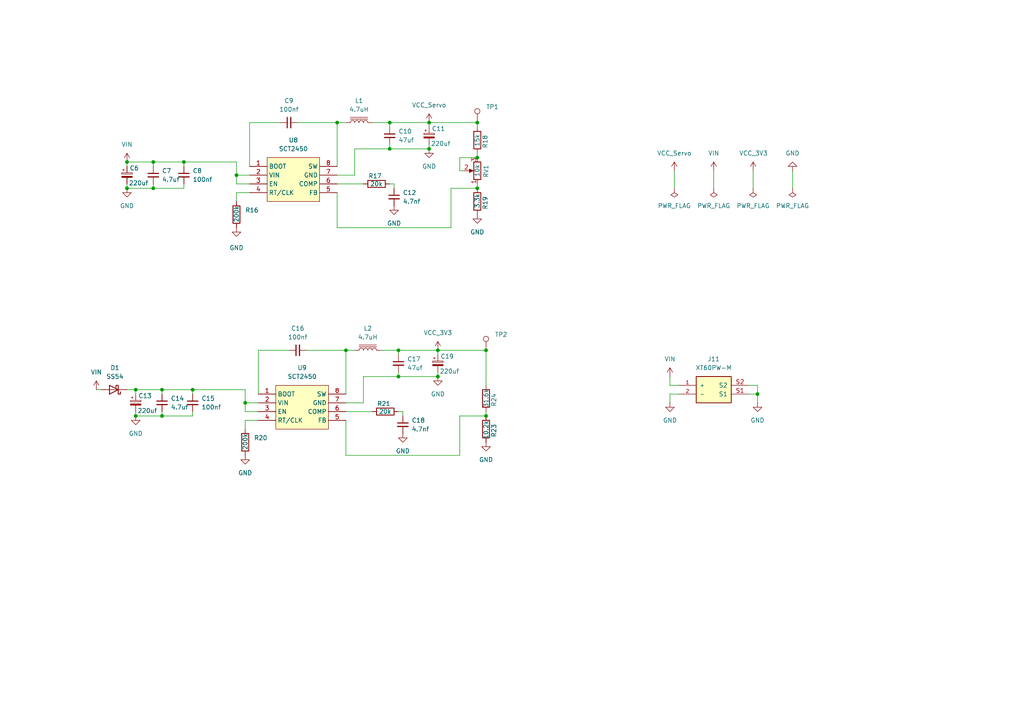
<source format=kicad_sch>
(kicad_sch (version 20231120) (generator "eeschema") (generator_version "8.0")
  (paper "A4")
  (lib_symbols
    (symbol "Connector:TestPoint" (pin_numbers hide) (pin_names (offset 0.762) hide)
      (property "Reference" "TP" (at 0 6.858 0))
      (property "Value" "TestPoint" (at 0 5.08 0))
      (symbol "TestPoint_0_1"
        (circle (center 0 3.302) (radius 0.762))
      )
      (symbol "TestPoint_1_1"
        (pin passive line (at 0 0 90) (length 2.54) (name "1") (number "1"))
      )
    )
    (symbol "Device:C_Polarized_Small" (pin_numbers hide) (pin_names (offset 0.254) hide)
      (property "Reference" "C" (at 0.254 1.778 0))
      (property "Value" "C_Polarized_Small" (at 0.254 -2.032 0))
      (symbol "C_Polarized_Small_0_1"
        (rectangle (start -1.524 -0.3048) (end 1.524 -0.6858) (fill (type outline)))
        (rectangle (start -1.524 0.6858) (end 1.524 0.3048))
        (polyline (pts (xy -1.27 1.524) (xy -0.762 1.524)))
        (polyline (pts (xy -1.016 1.27) (xy -1.016 1.778)))
      )
      (symbol "C_Polarized_Small_1_1"
        (pin passive line (at 0 2.54 270) (length 1.8542) (name "~") (number "1"))
        (pin passive line (at 0 -2.54 90) (length 1.8542) (name "~") (number "2"))
      )
    )
    (symbol "Device:C_Small" (pin_numbers hide) (pin_names (offset 0.254) hide)
      (property "Reference" "C" (at 0.254 1.778 0))
      (property "Value" "C_Small" (at 0.254 -2.032 0))
      (symbol "C_Small_0_1"
        (polyline (pts (xy -1.524 -0.508) (xy 1.524 -0.508)) (stroke (width 0.3302)))
        (polyline (pts (xy -1.524 0.508) (xy 1.524 0.508)) (stroke (width 0.3048)))
      )
      (symbol "C_Small_1_1"
        (pin passive line (at 0 2.54 270) (length 2.032) (name "~") (number "1"))
        (pin passive line (at 0 -2.54 90) (length 2.032) (name "~") (number "2"))
      )
    )
    (symbol "Device:L_Iron" (pin_numbers hide) (pin_names (offset 1.016) hide)
      (property "Reference" "L" (at -1.27 0 90))
      (property "Value" "L_Iron" (at 2.794 0 90))
      (symbol "L_Iron_0_1"
        (arc (start 0 -2.54) (mid 0.6323 -1.905) (end 0 -1.27))
        (arc (start 0 -1.27) (mid 0.6323 -0.635) (end 0 0))
        (polyline (pts (xy 1.016 2.54) (xy 1.016 -2.54)))
        (polyline (pts (xy 1.524 -2.54) (xy 1.524 2.54)))
        (arc (start 0 0) (mid 0.6323 0.635) (end 0 1.27))
        (arc (start 0 1.27) (mid 0.6323 1.905) (end 0 2.54))
      )
      (symbol "L_Iron_1_1"
        (pin passive line (at 0 3.81 270) (length 1.27) (name "1") (number "1"))
        (pin passive line (at 0 -3.81 90) (length 1.27) (name "2") (number "2"))
      )
    )
    (symbol "Device:R" (pin_numbers hide) (pin_names (offset 0))
      (property "Reference" "R" (at 2.032 0 90))
      (property "Value" "R" (at 0 0 90))
      (symbol "R_0_1"
        (rectangle (start -1.016 -2.54) (end 1.016 2.54) (stroke (width 0.254)))
      )
      (symbol "R_1_1"
        (pin passive line (at 0 3.81 270) (length 1.27) (name "~") (number "1"))
        (pin passive line (at 0 -3.81 90) (length 1.27) (name "~") (number "2"))
      )
    )
    (symbol "Device:R_Potentiometer" (pin_names (offset 1.016) hide)
      (property "Reference" "RV" (at -4.445 0 90))
      (property "Value" "R_Potentiometer" (at -2.54 0 90))
      (symbol "R_Potentiometer_0_1"
        (polyline (pts (xy 2.54 0) (xy 1.524 0)))
        (polyline (pts (xy 1.143 0) (xy 2.286 0.508) (xy 2.286 -0.508) (xy 1.143 0)) (fill (type outline)))
        (rectangle (start 1.016 2.54) (end -1.016 -2.54) (stroke (width 0.254)))
      )
      (symbol "R_Potentiometer_1_1"
        (pin passive line (at 0 3.81 270) (length 1.27) (name "1") (number "1"))
        (pin passive line (at 3.81 0 180) (length 1.27) (name "2") (number "2"))
        (pin passive line (at 0 -3.81 90) (length 1.27) (name "3") (number "3"))
      )
    )
    (symbol "Diode:SS38" (pin_numbers hide) (pin_names (offset 1.016) hide)
      (property "Reference" "D" (at 0 2.54 0))
      (property "Value" "SS38" (at 0 -2.54 0))
      (symbol "SS38_0_1"
        (polyline (pts (xy 1.27 0) (xy -1.27 0)))
        (polyline (pts (xy 1.27 1.27) (xy 1.27 -1.27) (xy -1.27 0) (xy 1.27 1.27)) (stroke (width 0.254)))
        (polyline (pts (xy -1.905 0.635) (xy -1.905 1.27) (xy -1.27 1.27) (xy -1.27 -1.27) (xy -0.635 -1.27) (xy -0.635 -0.635)) (stroke (width 0.254)))
      )
      (symbol "SS38_1_1"
        (pin passive line (at -3.81 0 0) (length 2.54) (name "K") (number "1"))
        (pin passive line (at 3.81 0 180) (length 2.54) (name "A") (number "2"))
      )
    )
    (symbol "MyConnector:XT60PW-M" (pin_names (offset 1.016))
      (property "Reference" "J" (at -5.08 5.7234 0))
      (property "Value" "XT60PW-M" (at -5.08 -5.0923 0))
      (symbol "XT60PW-M_0_0"
        (rectangle (start -5.08 -2.54) (end 5.08 5.08) (stroke (width 0.254)) (fill (type background)))
        (pin passive line (at -10.16 2.54 0) (length 5.08) (name "+") (number "1"))
        (pin passive line (at -10.16 0 0) (length 5.08) (name "-") (number "2"))
      )
      (symbol "XT60PW-M_1_1"
        (pin input line (at 10.16 0 180) (length 5.08) (name "S1") (number "S1"))
        (pin input line (at 10.16 2.54 180) (length 5.08) (name "S2") (number "S2"))
      )
    )
    (symbol "ProjectSym:SCT2450"
      (property "Reference" "U" (at 0 7.874 0))
      (property "Value" "SCT2450" (at 0.254 10.414 0))
      (symbol "SCT2450_1_1"
        (rectangle (start -7.62 5.08) (end 7.62 -7.62) (stroke (width 0.1524)) (fill (type background)))
        (pin input line (at -12.7 2.54 0) (length 5.08) (name "BOOT") (number "1"))
        (pin input line (at -12.7 0 0) (length 5.08) (name "VIN") (number "2"))
        (pin input line (at -12.7 -2.54 0) (length 5.08) (name "EN") (number "3"))
        (pin input line (at -12.7 -5.08 0) (length 5.08) (name "RT/CLK") (number "4"))
        (pin input line (at 12.7 -5.08 180) (length 5.08) (name "FB") (number "5"))
        (pin input line (at 12.7 -2.54 180) (length 5.08) (name "COMP") (number "6"))
        (pin input line (at 12.7 0 180) (length 5.08) (name "GND") (number "7"))
        (pin input line (at 12.7 2.54 180) (length 5.08) (name "SW") (number "8"))
      )
    )
    (symbol "power:+3V3" (power) (pin_numbers hide) (pin_names (offset 0) hide)
      (property "Value" "+3V3" (at 0 3.556 0))
      (symbol "+3V3_0_1"
        (polyline (pts (xy -0.762 1.27) (xy 0 2.54)))
        (polyline (pts (xy 0 0) (xy 0 2.54)))
        (polyline (pts (xy 0 2.54) (xy 0.762 1.27)))
      )
      (symbol "+3V3_1_1"
        (pin power_in line (at 0 0 90) (length 0) (name "~") (number "1"))
      )
    )
    (symbol "power:GND" (power) (pin_numbers hide) (pin_names (offset 0) hide)
      (property "Value" "GND" (at 0 -3.81 0))
      (symbol "GND_0_1"
        (polyline (pts (xy 0 0) (xy 0 -1.27) (xy 1.27 -1.27) (xy 0 -2.54) (xy -1.27 -1.27) (xy 0 -1.27)))
      )
      (symbol "GND_1_1"
        (pin power_in line (at 0 0 270) (length 0) (name "~") (number "1"))
      )
    )
    (symbol "power:PWR_FLAG" (power) (pin_numbers hide) (pin_names (offset 0) hide)
      (property "Value" "PWR_FLAG" (at 0 3.81 0))
      (symbol "PWR_FLAG_0_0"
        (pin power_out line (at 0 0 90) (length 0) (name "~") (number "1"))
      )
      (symbol "PWR_FLAG_0_1"
        (polyline (pts (xy 0 0) (xy 0 1.27) (xy -1.016 1.905) (xy 0 2.54) (xy 1.016 1.905) (xy 0 1.27)))
      )
    )
    (symbol "power:VCC" (power) (pin_numbers hide) (pin_names (offset 0) hide)
      (property "Value" "VCC" (at 0 3.556 0))
      (symbol "VCC_0_1"
        (polyline (pts (xy -0.762 1.27) (xy 0 2.54)))
        (polyline (pts (xy 0 0) (xy 0 2.54)))
        (polyline (pts (xy 0 2.54) (xy 0.762 1.27)))
      )
      (symbol "VCC_1_1"
        (pin power_in line (at 0 0 90) (length 0) (name "~") (number "1"))
      )
    )
  )
  (junction (at 140.97 101.6))
  (junction (at 44.45 46.99))
  (junction (at 39.37 113.03))
  (junction (at 138.43 35.56))
  (junction (at 127 109.22))
  (junction (at 39.37 120.65))
  (junction (at 138.43 45.72))
  (junction (at 44.45 54.61))
  (junction (at 36.83 46.99))
  (junction (at 115.57 109.22))
  (junction (at 115.57 101.6))
  (junction (at 113.03 35.56))
  (junction (at 100.33 101.6))
  (junction (at 71.12 116.84))
  (junction (at 124.46 35.56))
  (junction (at 113.03 43.18))
  (junction (at 53.34 46.99))
  (junction (at 46.99 113.03))
  (junction (at 68.58 50.8))
  (junction (at 219.71 114.3))
  (junction (at 55.88 113.03))
  (junction (at 97.79 35.56))
  (junction (at 36.83 54.61))
  (junction (at 138.43 54.61))
  (junction (at 140.97 120.65))
  (junction (at 46.99 120.65))
  (junction (at 127 101.6))
  (junction (at 124.46 43.18))
  (wire (pts (xy 219.71 111.76) (xy 219.71 114.3)))
  (wire (pts (xy 36.83 54.61) (xy 44.45 54.61)))
  (wire (pts (xy 86.36 35.56) (xy 97.79 35.56)))
  (wire (pts (xy 100.33 101.6) (xy 100.33 114.3)))
  (wire (pts (xy 217.17 114.3) (xy 219.71 114.3)))
  (wire (pts (xy 68.58 53.34) (xy 72.39 53.34)))
  (wire (pts (xy 138.43 45.72) (xy 133.35 45.72)))
  (wire (pts (xy 138.43 35.56) (xy 138.43 36.83)))
  (wire (pts (xy 39.37 113.03) (xy 46.99 113.03)))
  (wire (pts (xy 194.31 109.22) (xy 194.31 111.76)))
  (wire (pts (xy 133.35 120.65) (xy 140.97 120.65)))
  (wire (pts (xy 100.33 119.38) (xy 107.95 119.38)))
  (wire (pts (xy 194.31 111.76) (xy 196.85 111.76)))
  (wire (pts (xy 68.58 46.99) (xy 68.58 50.8)))
  (wire (pts (xy 46.99 119.38) (xy 46.99 120.65)))
  (wire (pts (xy 71.12 119.38) (xy 74.93 119.38)))
  (wire (pts (xy 194.31 114.3) (xy 196.85 114.3)))
  (wire (pts (xy 36.83 46.99) (xy 36.83 48.26)))
  (wire (pts (xy 218.44 49.53) (xy 218.44 54.61)))
  (wire (pts (xy 127 109.22) (xy 127 107.95)))
  (wire (pts (xy 97.79 35.56) (xy 97.79 48.26)))
  (wire (pts (xy 68.58 55.88) (xy 68.58 58.42)))
  (wire (pts (xy 88.9 101.6) (xy 100.33 101.6)))
  (wire (pts (xy 113.03 41.91) (xy 113.03 43.18)))
  (wire (pts (xy 100.33 116.84) (xy 105.41 116.84)))
  (wire (pts (xy 217.17 111.76) (xy 219.71 111.76)))
  (wire (pts (xy 124.46 35.56) (xy 124.46 36.83)))
  (wire (pts (xy 97.79 66.04) (xy 130.81 66.04)))
  (wire (pts (xy 97.79 50.8) (xy 102.87 50.8)))
  (wire (pts (xy 68.58 50.8) (xy 68.58 53.34)))
  (wire (pts (xy 55.88 113.03) (xy 55.88 114.3)))
  (wire (pts (xy 133.35 45.72) (xy 133.35 49.53)))
  (wire (pts (xy 124.46 35.56) (xy 138.43 35.56)))
  (wire (pts (xy 127 101.6) (xy 140.97 101.6)))
  (wire (pts (xy 44.45 46.99) (xy 53.34 46.99)))
  (wire (pts (xy 72.39 35.56) (xy 81.28 35.56)))
  (wire (pts (xy 130.81 66.04) (xy 130.81 54.61)))
  (wire (pts (xy 44.45 54.61) (xy 53.34 54.61)))
  (wire (pts (xy 107.95 35.56) (xy 113.03 35.56)))
  (wire (pts (xy 72.39 55.88) (xy 68.58 55.88)))
  (wire (pts (xy 53.34 46.99) (xy 53.34 48.26)))
  (wire (pts (xy 39.37 119.38) (xy 39.37 120.65)))
  (wire (pts (xy 71.12 116.84) (xy 74.93 116.84)))
  (wire (pts (xy 97.79 53.34) (xy 105.41 53.34)))
  (wire (pts (xy 105.41 109.22) (xy 115.57 109.22)))
  (wire (pts (xy 140.97 101.6) (xy 140.97 111.76)))
  (wire (pts (xy 55.88 120.65) (xy 55.88 119.38)))
  (wire (pts (xy 36.83 53.34) (xy 36.83 54.61)))
  (wire (pts (xy 194.31 116.84) (xy 194.31 114.3)))
  (wire (pts (xy 27.94 113.03) (xy 29.21 113.03)))
  (wire (pts (xy 110.49 101.6) (xy 115.57 101.6)))
  (wire (pts (xy 130.81 54.61) (xy 138.43 54.61)))
  (wire (pts (xy 71.12 121.92) (xy 71.12 124.46)))
  (wire (pts (xy 39.37 113.03) (xy 39.37 114.3)))
  (wire (pts (xy 55.88 113.03) (xy 71.12 113.03)))
  (wire (pts (xy 219.71 114.3) (xy 219.71 116.84)))
  (wire (pts (xy 113.03 35.56) (xy 113.03 36.83)))
  (wire (pts (xy 71.12 113.03) (xy 71.12 116.84)))
  (wire (pts (xy 115.57 107.95) (xy 115.57 109.22)))
  (wire (pts (xy 53.34 54.61) (xy 53.34 53.34)))
  (wire (pts (xy 46.99 113.03) (xy 46.99 114.3)))
  (wire (pts (xy 53.34 46.99) (xy 68.58 46.99)))
  (wire (pts (xy 102.87 50.8) (xy 102.87 43.18)))
  (wire (pts (xy 140.97 119.38) (xy 140.97 120.65)))
  (wire (pts (xy 115.57 101.6) (xy 115.57 102.87)))
  (wire (pts (xy 74.93 121.92) (xy 71.12 121.92)))
  (wire (pts (xy 72.39 48.26) (xy 72.39 35.56)))
  (wire (pts (xy 127 101.6) (xy 127 102.87)))
  (wire (pts (xy 115.57 101.6) (xy 127 101.6)))
  (wire (pts (xy 46.99 113.03) (xy 55.88 113.03)))
  (wire (pts (xy 138.43 53.34) (xy 138.43 54.61)))
  (wire (pts (xy 115.57 119.38) (xy 116.84 119.38)))
  (wire (pts (xy 100.33 132.08) (xy 133.35 132.08)))
  (wire (pts (xy 113.03 53.34) (xy 114.3 53.34)))
  (wire (pts (xy 113.03 43.18) (xy 124.46 43.18)))
  (wire (pts (xy 44.45 46.99) (xy 44.45 48.26)))
  (wire (pts (xy 138.43 44.45) (xy 138.43 45.72)))
  (wire (pts (xy 44.45 53.34) (xy 44.45 54.61)))
  (wire (pts (xy 207.01 49.53) (xy 207.01 54.61)))
  (wire (pts (xy 105.41 116.84) (xy 105.41 109.22)))
  (wire (pts (xy 133.35 132.08) (xy 133.35 120.65)))
  (wire (pts (xy 68.58 50.8) (xy 72.39 50.8)))
  (wire (pts (xy 100.33 121.92) (xy 100.33 132.08)))
  (wire (pts (xy 229.87 49.53) (xy 229.87 54.61)))
  (wire (pts (xy 114.3 53.34) (xy 114.3 54.61)))
  (wire (pts (xy 195.58 49.53) (xy 195.58 54.61)))
  (wire (pts (xy 36.83 113.03) (xy 39.37 113.03)))
  (wire (pts (xy 74.93 114.3) (xy 74.93 101.6)))
  (wire (pts (xy 116.84 119.38) (xy 116.84 120.65)))
  (wire (pts (xy 102.87 43.18) (xy 113.03 43.18)))
  (wire (pts (xy 97.79 55.88) (xy 97.79 66.04)))
  (wire (pts (xy 100.33 101.6) (xy 102.87 101.6)))
  (wire (pts (xy 133.35 49.53) (xy 134.62 49.53)))
  (wire (pts (xy 71.12 116.84) (xy 71.12 119.38)))
  (wire (pts (xy 74.93 101.6) (xy 83.82 101.6)))
  (wire (pts (xy 115.57 109.22) (xy 127 109.22)))
  (wire (pts (xy 36.83 46.99) (xy 44.45 46.99)))
  (wire (pts (xy 97.79 35.56) (xy 100.33 35.56)))
  (wire (pts (xy 124.46 43.18) (xy 124.46 41.91)))
  (wire (pts (xy 113.03 35.56) (xy 124.46 35.56)))
  (wire (pts (xy 39.37 120.65) (xy 46.99 120.65)))
  (wire (pts (xy 46.99 120.65) (xy 55.88 120.65)))
  (symbol (lib_id "power:GND") (at 114.3 59.69 0) (unit 1)
    (property "Reference" "#PWR035" (effects (hide yes)))
    (property "Value" "GND" (at 114.3 64.77 0))
    (property "Description" "Power symbol creates a global label with name \"GND\" , ground" (effects (hide yes)))
  )
  (symbol (lib_id "power:GND") (at 219.71 116.84 0) (unit 1)
    (property "Reference" "#PWR051" (effects (hide yes)))
    (property "Value" "GND" (at 219.71 121.92 0))
    (property "Description" "Power symbol creates a global label with name \"GND\" , ground" (effects (hide yes)))
  )
  (symbol (lib_id "Device:C_Polarized_Small") (at 39.37 116.84 0) (unit 1)
    (property "Reference" "C13" (at 40.132 114.808 0) (effects (justify left)))
    (property "Value" "220uf" (at 39.878 119.126 0) (effects (justify left)))
    (property "Footprint" "Capacitor_SMD:CP_Elec_6.3x7.7" (effects (hide yes)))
    (property "Description" "Polarized capacitor, small symbol" (effects (hide yes)))
  )
  (symbol (lib_id "power:VCC") (at 124.46 35.56 0) (unit 1)
    (property "Reference" "#PWR033" (effects (hide yes)))
    (property "Value" "VCC_Servo" (at 124.46 30.48 0))
    (property "Description" "Power symbol creates a global label with name \"VCC\"" (effects (hide yes)))
  )
  (symbol (lib_id "power:+3V3") (at 194.31 109.22 0) (unit 1)
    (property "Reference" "#PWR021" (effects (hide yes)))
    (property "Value" "VIN" (at 194.31 104.14 0))
    (property "Description" "Power symbol creates a global label with name \"+3V3\"" (effects (hide yes)))
  )
  (symbol (lib_id "Connector:TestPoint") (at 140.97 101.6 0) (unit 1)
    (property "Reference" "TP2" (at 143.51 97.0279 0) (effects (justify left)))
    (property "Value" "TestPoint" (effects (hide yes)))
    (property "Footprint" "TestPoint:TestPoint_Pad_D2.0mm" (effects (hide yes)))
    (property "Description" "test point" (effects (hide yes)))
  )
  (symbol (lib_id "power:GND") (at 127 109.22 0) (unit 1)
    (property "Reference" "#PWR042" (effects (hide yes)))
    (property "Value" "GND" (at 127 114.3 0))
    (property "Description" "Power symbol creates a global label with name \"GND\" , ground" (effects (hide yes)))
  )
  (symbol (lib_id "power:VCC") (at 195.58 49.53 0) (unit 1)
    (property "Reference" "#PWR044" (effects (hide yes)))
    (property "Value" "VCC_Servo" (at 195.58 44.45 0))
    (property "Description" "Power symbol creates a global label with name \"VCC\"" (effects (hide yes)))
  )
  (symbol (lib_id "Device:C_Small") (at 44.45 50.8 0) (unit 1)
    (property "Reference" "C7" (at 46.99 49.5362 0) (effects (justify left)))
    (property "Value" "4.7uf" (at 46.99 52.0762 0) (effects (justify left)))
    (property "Footprint" "Capacitor_SMD:C_1206_3216Metric_Pad1.33x1.80mm_HandSolder" (effects (hide yes)))
    (property "Description" "Unpolarized capacitor, small symbol" (effects (hide yes)))
  )
  (symbol (lib_id "Device:C_Small") (at 86.36 101.6 90) (unit 1)
    (property "Reference" "C16" (at 86.3663 95.25 90))
    (property "Value" "100nf" (at 86.3663 97.79 90))
    (property "Footprint" "Capacitor_SMD:C_0603_1608Metric_Pad1.08x0.95mm_HandSolder" (effects (hide yes)))
    (property "Description" "Unpolarized capacitor, small symbol" (effects (hide yes)))
  )
  (symbol (lib_id "Device:R") (at 71.12 128.27 0) (unit 1)
    (property "Reference" "R20" (at 73.66 126.9999 0) (effects (justify left)))
    (property "Value" "200k" (at 71.12 130.556 90) (effects (justify left)))
    (property "Footprint" "Resistor_SMD:R_0603_1608Metric_Pad0.98x0.95mm_HandSolder" (effects (hide yes)))
    (property "Description" "Resistor" (effects (hide yes)))
  )
  (symbol (lib_id "power:GND") (at 116.84 125.73 0) (unit 1)
    (property "Reference" "#PWR040" (effects (hide yes)))
    (property "Value" "GND" (at 116.84 130.81 0))
    (property "Description" "Power symbol creates a global label with name \"GND\" , ground" (effects (hide yes)))
  )
  (symbol (lib_id "Device:R") (at 138.43 40.64 180) (unit 1)
    (property "Reference" "R18" (at 140.716 39.116 90) (effects (justify left)))
    (property "Value" "15k" (at 138.43 38.862 90) (effects (justify left)))
    (property "Footprint" "Resistor_SMD:R_0603_1608Metric_Pad0.98x0.95mm_HandSolder" (effects (hide yes)))
    (property "Description" "Resistor" (effects (hide yes)))
  )
  (symbol (lib_id "MyConnector:XT60PW-M") (at 207.01 114.3 0) (unit 1)
    (property "Reference" "J11" (at 207.01 104.14 0))
    (property "Value" "XT60PW-M" (at 207.01 106.68 0))
    (property "Footprint" "MyConnector:AMASS_XT60PW-M" (effects (hide yes)))
    (property "MF" "AMASS" (effects (hide yes)))
    (property "MAXIMUM_PACKAGE_HEIGHT" "8.4 mm" (effects (hide yes)))
    (property "Package" "Package" (effects (hide yes)))
    (property "Price" "None" (effects (hide yes)))
    (property "Check_prices" "https://www.snapeda.com/parts/XT60PW-M/AMASS/view-part/?ref=eda" (effects (hide yes)))
    (property "STANDARD" "Manufacturer recommendations" (effects (hide yes)))
    (property "PARTREV" "V1.2" (effects (hide yes)))
    (property "SnapEDA_Link" "https://www.snapeda.com/parts/XT60PW-M/AMASS/view-part/?ref=snap" (effects (hide yes)))
    (property "MP" "XT60PW-M" (effects (hide yes)))
    (property "Description_1" "\nSocket, DC supply, male, PIN: 2\n" (effects (hide yes)))
    (property "Availability" "Not in stock" (effects (hide yes)))
    (property "MANUFACTURER" "AMASS" (effects (hide yes)))
  )
  (symbol (lib_id "power:VCC") (at 127 101.6 0) (unit 1)
    (property "Reference" "#PWR041" (effects (hide yes)))
    (property "Value" "VCC_3V3" (at 127 96.52 0))
    (property "Description" "Power symbol creates a global label with name \"VCC\"" (effects (hide yes)))
  )
  (symbol (lib_id "power:+3V3") (at 207.01 49.53 0) (unit 1)
    (property "Reference" "#PWR045" (effects (hide yes)))
    (property "Value" "VIN" (at 207.01 44.45 0))
    (property "Description" "Power symbol creates a global label with name \"+3V3\"" (effects (hide yes)))
  )
  (symbol (lib_id "ProjectSym:SCT2450") (at 85.09 50.8 0) (unit 1)
    (property "Reference" "U8" (at 85.09 40.64 0))
    (property "Value" "SCT2450" (at 85.09 43.18 0))
    (property "Footprint" "ProjectLibrary:SCT2450" (effects (hide yes)))
  )
  (symbol (lib_id "Device:R") (at 109.22 53.34 90) (unit 1)
    (property "Reference" "R17" (at 110.744 51.054 90) (effects (justify left)))
    (property "Value" "20k" (at 110.998 53.34 90) (effects (justify left)))
    (property "Footprint" "Resistor_SMD:R_0603_1608Metric_Pad0.98x0.95mm_HandSolder" (effects (hide yes)))
    (property "Description" "Resistor" (effects (hide yes)))
  )
  (symbol (lib_id "power:GND") (at 39.37 120.65 0) (unit 1)
    (property "Reference" "#PWR038" (effects (hide yes)))
    (property "Value" "GND" (at 39.37 125.73 0))
    (property "Description" "Power symbol creates a global label with name \"GND\" , ground" (effects (hide yes)))
  )
  (symbol (lib_id "Device:C_Polarized_Small") (at 127 105.41 0) (unit 1)
    (property "Reference" "C19" (at 127.762 103.378 0) (effects (justify left)))
    (property "Value" "220uf" (at 127.508 107.696 0) (effects (justify left)))
    (property "Footprint" "Capacitor_SMD:CP_Elec_6.3x7.7" (effects (hide yes)))
    (property "Description" "Polarized capacitor, small symbol" (effects (hide yes)))
  )
  (symbol (lib_id "Device:C_Small") (at 115.57 105.41 0) (unit 1)
    (property "Reference" "C17" (at 118.11 104.1462 0) (effects (justify left)))
    (property "Value" "47uf" (at 118.11 106.6862 0) (effects (justify left)))
    (property "Footprint" "Capacitor_SMD:C_1206_3216Metric_Pad1.33x1.80mm_HandSolder" (effects (hide yes)))
    (property "Description" "Unpolarized capacitor, small symbol" (effects (hide yes)))
  )
  (symbol (lib_id "power:+3V3") (at 218.44 49.53 0) (unit 1)
    (property "Reference" "#PWR046" (effects (hide yes)))
    (property "Value" "VCC_3V3" (at 214.376 44.45 0) (effects (justify left)))
    (property "Description" "Power symbol creates a global label with name \"+3V3\"" (effects (hide yes)))
  )
  (symbol (lib_id "Device:C_Small") (at 46.99 116.84 0) (unit 1)
    (property "Reference" "C14" (at 49.53 115.5762 0) (effects (justify left)))
    (property "Value" "4.7uf" (at 49.53 118.1162 0) (effects (justify left)))
    (property "Footprint" "Capacitor_SMD:C_1206_3216Metric_Pad1.33x1.80mm_HandSolder" (effects (hide yes)))
    (property "Description" "Unpolarized capacitor, small symbol" (effects (hide yes)))
  )
  (symbol (lib_id "power:GND") (at 124.46 43.18 0) (unit 1)
    (property "Reference" "#PWR034" (effects (hide yes)))
    (property "Value" "GND" (at 124.46 48.26 0))
    (property "Description" "Power symbol creates a global label with name \"GND\" , ground" (effects (hide yes)))
  )
  (symbol (lib_id "Device:R_Potentiometer") (at 138.43 49.53 180) (unit 1)
    (property "Reference" "RV1" (at 140.97 51.562 90) (effects (justify right)))
    (property "Value" "10k" (at 138.43 51.308 90) (effects (justify right)))
    (property "Footprint" "Potentiometer_THT:Potentiometer_Bourns_3296W_Vertical" (effects (hide yes)))
    (property "Description" "Potentiometer" (effects (hide yes)))
  )
  (symbol (lib_id "Device:C_Small") (at 114.3 57.15 0) (unit 1)
    (property "Reference" "C12" (at 116.84 55.8862 0) (effects (justify left)))
    (property "Value" "4.7nf" (at 116.84 58.4262 0) (effects (justify left)))
    (property "Footprint" "Capacitor_SMD:C_0603_1608Metric_Pad1.08x0.95mm_HandSolder" (effects (hide yes)))
    (property "Description" "Unpolarized capacitor, small symbol" (effects (hide yes)))
  )
  (symbol (lib_id "Device:R") (at 138.43 58.42 180) (unit 1)
    (property "Reference" "R19" (at 140.716 56.896 90) (effects (justify left)))
    (property "Value" "3.3k" (at 138.43 56.134 90) (effects (justify left)))
    (property "Footprint" "Resistor_SMD:R_0603_1608Metric_Pad0.98x0.95mm_HandSolder" (effects (hide yes)))
    (property "Description" "Resistor" (effects (hide yes)))
  )
  (symbol (lib_id "power:GND") (at 194.31 116.84 0) (unit 1)
    (property "Reference" "#PWR022" (effects (hide yes)))
    (property "Value" "GND" (at 194.31 121.92 0))
    (property "Description" "Power symbol creates a global label with name \"GND\" , ground" (effects (hide yes)))
  )
  (symbol (lib_id "power:+3V3") (at 27.94 113.03 0) (unit 1)
    (property "Reference" "#PWR037" (effects (hide yes)))
    (property "Value" "VIN" (at 27.94 107.95 0))
    (property "Description" "Power symbol creates a global label with name \"+3V3\"" (effects (hide yes)))
  )
  (symbol (lib_id "power:+3V3") (at 36.83 46.99 0) (unit 1)
    (property "Reference" "#PWR030" (effects (hide yes)))
    (property "Value" "VIN" (at 36.83 41.91 0))
    (property "Description" "Power symbol creates a global label with name \"+3V3\"" (effects (hide yes)))
  )
  (symbol (lib_id "Device:R") (at 68.58 62.23 0) (unit 1)
    (property "Reference" "R16" (at 71.12 60.9599 0) (effects (justify left)))
    (property "Value" "200k" (at 68.58 64.516 90) (effects (justify left)))
    (property "Footprint" "Resistor_SMD:R_0603_1608Metric_Pad0.98x0.95mm_HandSolder" (effects (hide yes)))
    (property "Description" "Resistor" (effects (hide yes)))
  )
  (symbol (lib_id "Connector:TestPoint") (at 138.43 35.56 0) (unit 1)
    (property "Reference" "TP1" (at 140.97 30.9879 0) (effects (justify left)))
    (property "Value" "TestPoint" (effects (hide yes)))
    (property "Footprint" "TestPoint:TestPoint_Pad_D2.0mm" (effects (hide yes)))
    (property "Description" "test point" (effects (hide yes)))
  )
  (symbol (lib_id "Device:R") (at 140.97 115.57 180) (unit 1)
    (property "Reference" "R24" (at 143.256 114.046 90) (effects (justify left)))
    (property "Value" "31.6k" (at 140.97 112.776 90) (effects (justify left)))
    (property "Footprint" "Resistor_SMD:R_0603_1608Metric_Pad0.98x0.95mm_HandSolder" (effects (hide yes)))
    (property "Description" "Resistor" (effects (hide yes)))
  )
  (symbol (lib_id "Device:C_Polarized_Small") (at 36.83 50.8 0) (unit 1)
    (property "Reference" "C6" (at 37.592 48.768 0) (effects (justify left)))
    (property "Value" "220uf" (at 37.338 53.086 0) (effects (justify left)))
    (property "Footprint" "Capacitor_SMD:CP_Elec_6.3x7.7" (effects (hide yes)))
    (property "Description" "Polarized capacitor, small symbol" (effects (hide yes)))
  )
  (symbol (lib_id "Device:C_Small") (at 116.84 123.19 0) (unit 1)
    (property "Reference" "C18" (at 119.38 121.9262 0) (effects (justify left)))
    (property "Value" "4.7nf" (at 119.38 124.4662 0) (effects (justify left)))
    (property "Footprint" "Capacitor_SMD:C_0603_1608Metric_Pad1.08x0.95mm_HandSolder" (effects (hide yes)))
    (property "Description" "Unpolarized capacitor, small symbol" (effects (hide yes)))
  )
  (symbol (lib_id "power:PWR_FLAG") (at 195.58 54.61 180) (unit 1)
    (property "Reference" "#FLG07" (effects (hide yes)))
    (property "Value" "PWR_FLAG" (at 195.58 59.69 0))
    (property "Description" "Special symbol for telling ERC where power comes from" (effects (hide yes)))
  )
  (symbol (lib_id "Device:L_Iron") (at 104.14 35.56 90) (unit 1)
    (property "Reference" "L1" (at 104.14 29.21 90))
    (property "Value" "4.7uH" (at 104.14 31.75 90))
    (property "Footprint" "Inductor_SMD:L_Sumida_CDMC6D28_7.25x6.5mm" (effects (hide yes)))
    (property "Description" "Inductor with iron core" (effects (hide yes)))
  )
  (symbol (lib_id "Device:C_Small") (at 53.34 50.8 0) (unit 1)
    (property "Reference" "C8" (at 55.88 49.5362 0) (effects (justify left)))
    (property "Value" "100nf" (at 55.88 52.0762 0) (effects (justify left)))
    (property "Footprint" "Capacitor_SMD:C_0603_1608Metric_Pad1.08x0.95mm_HandSolder" (effects (hide yes)))
    (property "Description" "Unpolarized capacitor, small symbol" (effects (hide yes)))
  )
  (symbol (lib_id "Device:R") (at 140.97 124.46 180) (unit 1)
    (property "Reference" "R23" (at 143.256 122.936 90) (effects (justify left)))
    (property "Value" "10.2k" (at 140.97 121.92 90) (effects (justify left)))
    (property "Footprint" "Resistor_SMD:R_0603_1608Metric_Pad0.98x0.95mm_HandSolder" (effects (hide yes)))
    (property "Description" "Resistor" (effects (hide yes)))
  )
  (symbol (lib_id "power:GND") (at 138.43 62.23 0) (unit 1)
    (property "Reference" "#PWR036" (effects (hide yes)))
    (property "Value" "GND" (at 138.43 67.31 0))
    (property "Description" "Power symbol creates a global label with name \"GND\" , ground" (effects (hide yes)))
  )
  (symbol (lib_id "power:PWR_FLAG") (at 207.01 54.61 180) (unit 1)
    (property "Reference" "#FLG04" (effects (hide yes)))
    (property "Value" "PWR_FLAG" (at 207.01 59.69 0))
    (property "Description" "Special symbol for telling ERC where power comes from" (effects (hide yes)))
  )
  (symbol (lib_id "Device:C_Polarized_Small") (at 124.46 39.37 0) (unit 1)
    (property "Reference" "C11" (at 125.222 37.338 0) (effects (justify left)))
    (property "Value" "220uf" (at 124.968 41.656 0) (effects (justify left)))
    (property "Footprint" "Capacitor_SMD:CP_Elec_6.3x7.7" (effects (hide yes)))
    (property "Description" "Polarized capacitor, small symbol" (effects (hide yes)))
  )
  (symbol (lib_id "power:PWR_FLAG") (at 218.44 54.61 180) (unit 1)
    (property "Reference" "#FLG05" (effects (hide yes)))
    (property "Value" "PWR_FLAG" (at 218.44 59.69 0))
    (property "Description" "Special symbol for telling ERC where power comes from" (effects (hide yes)))
  )
  (symbol (lib_id "Device:R") (at 111.76 119.38 90) (unit 1)
    (property "Reference" "R21" (at 113.284 117.094 90) (effects (justify left)))
    (property "Value" "20k" (at 113.538 119.38 90) (effects (justify left)))
    (property "Footprint" "Resistor_SMD:R_0603_1608Metric_Pad0.98x0.95mm_HandSolder" (effects (hide yes)))
    (property "Description" "Resistor" (effects (hide yes)))
  )
  (symbol (lib_id "Device:C_Small") (at 113.03 39.37 0) (unit 1)
    (property "Reference" "C10" (at 115.57 38.1062 0) (effects (justify left)))
    (property "Value" "47uf" (at 115.57 40.6462 0) (effects (justify left)))
    (property "Footprint" "Capacitor_SMD:C_1206_3216Metric_Pad1.33x1.80mm_HandSolder" (effects (hide yes)))
    (property "Description" "Unpolarized capacitor, small symbol" (effects (hide yes)))
  )
  (symbol (lib_id "power:GND") (at 71.12 132.08 0) (unit 1)
    (property "Reference" "#PWR039" (effects (hide yes)))
    (property "Value" "GND" (at 71.12 137.16 0))
    (property "Description" "Power symbol creates a global label with name \"GND\" , ground" (effects (hide yes)))
  )
  (symbol (lib_id "power:GND") (at 229.87 49.53 180) (unit 1)
    (property "Reference" "#PWR047" (effects (hide yes)))
    (property "Value" "GND" (at 229.87 44.45 0))
    (property "Description" "Power symbol creates a global label with name \"GND\" , ground" (effects (hide yes)))
  )
  (symbol (lib_id "power:GND") (at 36.83 54.61 0) (unit 1)
    (property "Reference" "#PWR031" (effects (hide yes)))
    (property "Value" "GND" (at 36.83 59.69 0))
    (property "Description" "Power symbol creates a global label with name \"GND\" , ground" (effects (hide yes)))
  )
  (symbol (lib_id "power:PWR_FLAG") (at 229.87 54.61 180) (unit 1)
    (property "Reference" "#FLG06" (effects (hide yes)))
    (property "Value" "PWR_FLAG" (at 229.87 59.69 0))
    (property "Description" "Special symbol for telling ERC where power comes from" (effects (hide yes)))
  )
  (symbol (lib_id "power:GND") (at 68.58 66.04 0) (unit 1)
    (property "Reference" "#PWR032" (effects (hide yes)))
    (property "Value" "GND" (at 68.58 71.882 0))
    (property "Description" "Power symbol creates a global label with name \"GND\" , ground" (effects (hide yes)))
  )
  (symbol (lib_id "Device:L_Iron") (at 106.68 101.6 90) (unit 1)
    (property "Reference" "L2" (at 106.68 95.25 90))
    (property "Value" "4.7uH" (at 106.68 97.79 90))
    (property "Footprint" "Inductor_SMD:L_Sumida_CDMC6D28_7.25x6.5mm" (effects (hide yes)))
    (property "Description" "Inductor with iron core" (effects (hide yes)))
  )
  (symbol (lib_id "ProjectSym:SCT2450") (at 87.63 116.84 0) (unit 1)
    (property "Reference" "U9" (at 87.63 106.68 0))
    (property "Value" "SCT2450" (at 87.63 109.22 0))
    (property "Footprint" "ProjectLibrary:SCT2450" (effects (hide yes)))
  )
  (symbol (lib_id "Diode:SS38") (at 33.02 113.03 180) (unit 1)
    (property "Reference" "D1" (at 33.3375 106.68 0))
    (property "Value" "SS54" (at 33.3375 109.22 0))
    (property "Footprint" "Diode_SMD:D_SMB_Handsoldering" (effects (hide yes)))
    (property "Datasheet" "https://www.microdiode.com/uploadfiles//PDF/SS32-THRU-SS3200-SMA.pdf" (effects (hide yes)))
    (property "Description" "80V 3A Schottky Diode, SMA" (effects (hide yes)))
  )
  (symbol (lib_id "Device:C_Small") (at 83.82 35.56 90) (unit 1)
    (property "Reference" "C9" (at 83.8263 29.21 90))
    (property "Value" "100nf" (at 83.8263 31.75 90))
    (property "Footprint" "Capacitor_SMD:C_0603_1608Metric_Pad1.08x0.95mm_HandSolder" (effects (hide yes)))
    (property "Description" "Unpolarized capacitor, small symbol" (effects (hide yes)))
  )
  (symbol (lib_id "Device:C_Small") (at 55.88 116.84 0) (unit 1)
    (property "Reference" "C15" (at 58.42 115.5762 0) (effects (justify left)))
    (property "Value" "100nf" (at 58.42 118.1162 0) (effects (justify left)))
    (property "Footprint" "Capacitor_SMD:C_0603_1608Metric_Pad1.08x0.95mm_HandSolder" (effects (hide yes)))
    (property "Description" "Unpolarized capacitor, small symbol" (effects (hide yes)))
  )
  (symbol (lib_id "power:GND") (at 140.97 128.27 0) (unit 1)
    (property "Reference" "#PWR043" (effects (hide yes)))
    (property "Value" "GND" (at 140.97 133.35 0))
    (property "Description" "Power symbol creates a global label with name \"GND\" , ground" (effects (hide yes)))
  )
)
</source>
